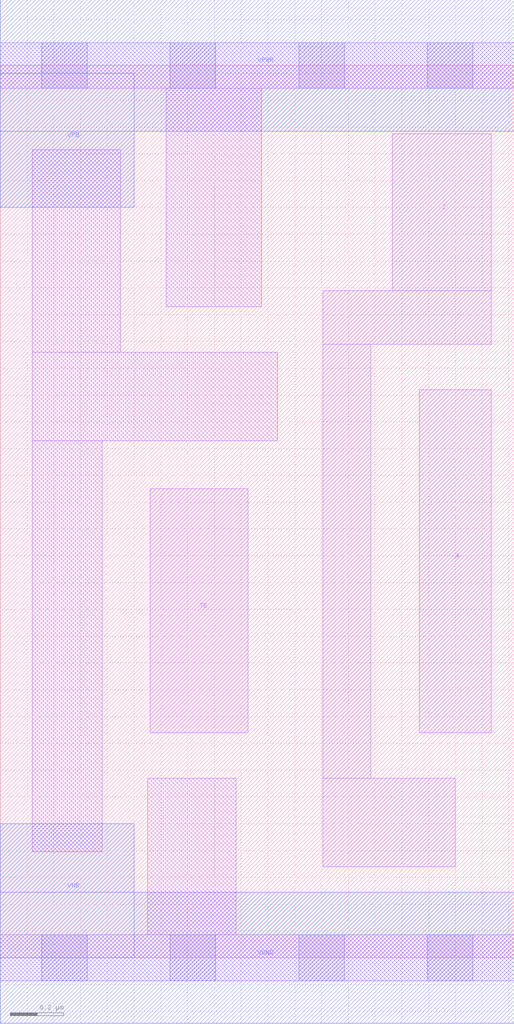
<source format=lef>
# Copyright 2020 The SkyWater PDK Authors
#
# Licensed under the Apache License, Version 2.0 (the "License");
# you may not use this file except in compliance with the License.
# You may obtain a copy of the License at
#
#     https://www.apache.org/licenses/LICENSE-2.0
#
# Unless required by applicable law or agreed to in writing, software
# distributed under the License is distributed on an "AS IS" BASIS,
# WITHOUT WARRANTIES OR CONDITIONS OF ANY KIND, either express or implied.
# See the License for the specific language governing permissions and
# limitations under the License.
#
# SPDX-License-Identifier: Apache-2.0

VERSION 5.5 ;
NAMESCASESENSITIVE ON ;
BUSBITCHARS "[]" ;
DIVIDERCHAR "/" ;
MACRO sky130_fd_sc_lp__einvp_0
  CLASS CORE ;
  SOURCE USER ;
  ORIGIN  0.000000  0.000000 ;
  SIZE  1.920000 BY  3.330000 ;
  SYMMETRY X Y R90 ;
  SITE unit ;
  PIN A
    ANTENNAGATEAREA  0.159000 ;
    DIRECTION INPUT ;
    USE SIGNAL ;
    PORT
      LAYER li1 ;
        RECT 1.565000 0.840000 1.835000 2.120000 ;
    END
  END A
  PIN TE
    ANTENNAGATEAREA  0.189000 ;
    DIRECTION INPUT ;
    USE SIGNAL ;
    PORT
      LAYER li1 ;
        RECT 0.560000 0.840000 0.925000 1.750000 ;
    END
  END TE
  PIN Z
    ANTENNADIFFAREA  0.293700 ;
    DIRECTION OUTPUT ;
    USE SIGNAL ;
    PORT
      LAYER li1 ;
        RECT 1.205000 0.340000 1.700000 0.670000 ;
        RECT 1.205000 0.670000 1.385000 2.290000 ;
        RECT 1.205000 2.290000 1.835000 2.490000 ;
        RECT 1.465000 2.490000 1.835000 3.075000 ;
    END
  END Z
  PIN VGND
    DIRECTION INOUT ;
    USE GROUND ;
    PORT
      LAYER met1 ;
        RECT 0.000000 -0.245000 1.920000 0.245000 ;
    END
  END VGND
  PIN VNB
    DIRECTION INOUT ;
    USE GROUND ;
    PORT
    END
  END VNB
  PIN VPB
    DIRECTION INOUT ;
    USE POWER ;
    PORT
    END
  END VPB
  PIN VNB
    DIRECTION INOUT ;
    USE GROUND ;
    PORT
      LAYER met1 ;
        RECT 0.000000 0.000000 0.500000 0.500000 ;
    END
  END VNB
  PIN VPB
    DIRECTION INOUT ;
    USE POWER ;
    PORT
      LAYER met1 ;
        RECT 0.000000 2.800000 0.500000 3.300000 ;
    END
  END VPB
  PIN VPWR
    DIRECTION INOUT ;
    USE POWER ;
    PORT
      LAYER met1 ;
        RECT 0.000000 3.085000 1.920000 3.575000 ;
    END
  END VPWR
  OBS
    LAYER li1 ;
      RECT 0.000000 -0.085000 1.920000 0.085000 ;
      RECT 0.000000  3.245000 1.920000 3.415000 ;
      RECT 0.120000  0.395000 0.380000 1.930000 ;
      RECT 0.120000  1.930000 1.035000 2.260000 ;
      RECT 0.120000  2.260000 0.450000 3.015000 ;
      RECT 0.550000  0.085000 0.880000 0.670000 ;
      RECT 0.620000  2.430000 0.975000 3.245000 ;
    LAYER mcon ;
      RECT 0.155000 -0.085000 0.325000 0.085000 ;
      RECT 0.155000  3.245000 0.325000 3.415000 ;
      RECT 0.635000 -0.085000 0.805000 0.085000 ;
      RECT 0.635000  3.245000 0.805000 3.415000 ;
      RECT 1.115000 -0.085000 1.285000 0.085000 ;
      RECT 1.115000  3.245000 1.285000 3.415000 ;
      RECT 1.595000 -0.085000 1.765000 0.085000 ;
      RECT 1.595000  3.245000 1.765000 3.415000 ;
  END
END sky130_fd_sc_lp__einvp_0
END LIBRARY

</source>
